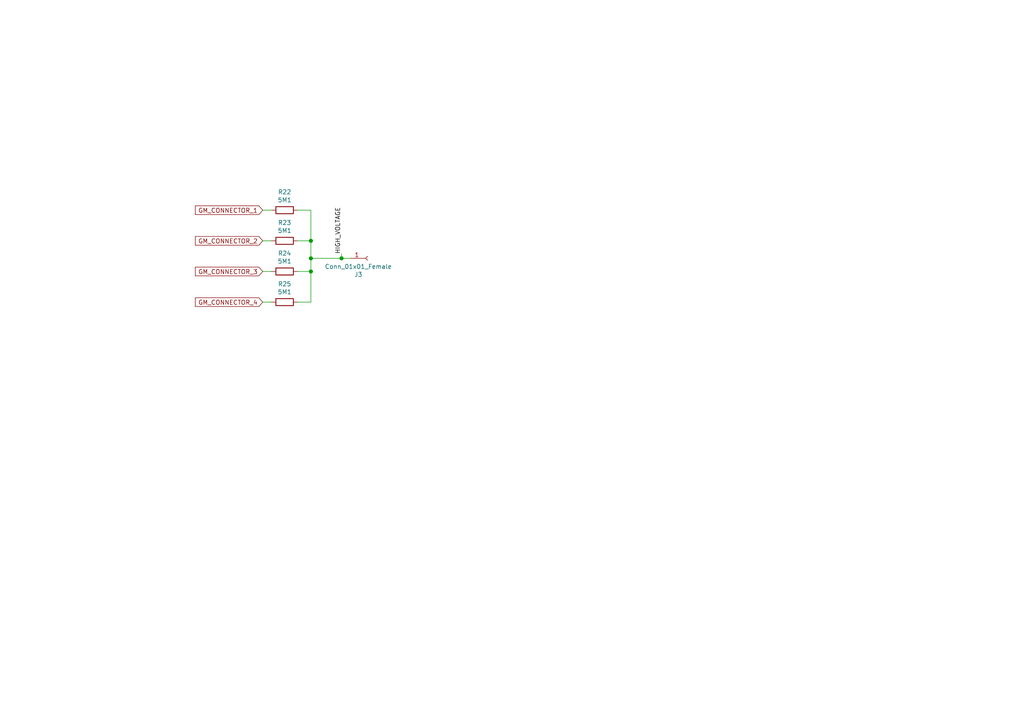
<source format=kicad_sch>
(kicad_sch (version 20210621) (generator eeschema)
  (paper "A4")
  (lib_symbols
    (symbol "Connector:Conn_01x01_Female" (pin_names (offset 1.016) hide)
      (property "Reference" "J" (at 0 2.54 0))
      (property "Value" "Conn_01x01_Female" (at 0 -2.54 0))
      (symbol "Conn_01x01_Female_1_1"
        (arc (start 0 0.508) (end 0 -0.508) (radius (at 0 0) (length 0.508) (angles 90.1 -90.1)) (stroke (width 0.1524)))
        (polyline (pts (xy -1.27 0) (xy -0.508 0)) (stroke (width 0.1524)))
        (pin passive line (at -5.08 0 0) (length 3.81) (name "Pin_1") (number "1"))
      )
    )
    (symbol "Device:R" (pin_numbers hide) (pin_names (offset 0))
      (property "Reference" "R" (at 2.032 0 90))
      (property "Value" "R" (at 0 0 90))
      (symbol "R_0_1"
        (rectangle (start -1.016 -2.54) (end 1.016 2.54) (stroke (width 0.254)))
      )
      (symbol "R_1_1"
        (pin passive line (at 0 3.81 270) (length 1.27) (name "~") (number "1"))
        (pin passive line (at 0 -3.81 90) (length 1.27) (name "~") (number "2"))
      )
    )
  )
  (junction (at 90.17 69.85) (diameter 1.016))
  (junction (at 90.17 74.93) (diameter 1.016))
  (junction (at 90.17 78.74) (diameter 1.016))
  (junction (at 99.06 74.93) (diameter 1.016))
  (wire (pts (xy 76.2 60.96) (xy 78.74 60.96)))
  (wire (pts (xy 76.2 69.85) (xy 78.74 69.85)))
  (wire (pts (xy 76.2 78.74) (xy 78.74 78.74)))
  (wire (pts (xy 76.2 87.63) (xy 78.74 87.63)))
  (wire (pts (xy 86.36 69.85) (xy 90.17 69.85)))
  (wire (pts (xy 86.36 78.74) (xy 90.17 78.74)))
  (wire (pts (xy 86.36 87.63) (xy 90.17 87.63)))
  (wire (pts (xy 90.17 60.96) (xy 86.36 60.96)))
  (wire (pts (xy 90.17 69.85) (xy 90.17 60.96)))
  (wire (pts (xy 90.17 74.93) (xy 90.17 69.85)))
  (wire (pts (xy 90.17 74.93) (xy 99.06 74.93)))
  (wire (pts (xy 90.17 78.74) (xy 90.17 74.93)))
  (wire (pts (xy 90.17 87.63) (xy 90.17 78.74)))
  (wire (pts (xy 99.06 73.66) (xy 99.06 74.93)))
  (wire (pts (xy 99.06 74.93) (xy 101.6 74.93)))
  (label "HIGH_VOLTAGE" (at 99.06 73.66 90))
  (global_label "GM_CONNECTOR_1" (shape input) (at 76.2 60.96 180) (property "Intersheet References" "${INTERSHEET_REFS}" (effects hide)))
  (global_label "GM_CONNECTOR_2" (shape input) (at 76.2 69.85 180) (property "Intersheet References" "${INTERSHEET_REFS}" (effects hide)))
  (global_label "GM_CONNECTOR_3" (shape input) (at 76.2 78.74 180) (property "Intersheet References" "${INTERSHEET_REFS}" (effects hide)))
  (global_label "GM_CONNECTOR_4" (shape input) (at 76.2 87.63 180) (property "Intersheet References" "${INTERSHEET_REFS}" (effects hide)))
  (symbol (lib_id "Connector:Conn_01x01_Female") (at 106.68 74.93 0) (mirror x) (unit 1)
    (property "Reference" "J3" (at 103.9368 79.629 0))
    (property "Value" "Conn_01x01_Female" (at 103.9368 77.3176 0))
    (property "Footprint" "TestPoint:TestPoint_Loop_D2.60mm_Drill1.4mm_Beaded" (effects hide))
  )
  (symbol (lib_id "Device:R") (at 82.55 60.96 270) (unit 1)
    (property "Reference" "R22" (at 82.55 55.7022 90))
    (property "Value" "5M1" (at 82.55 58.0136 90))
    (property "Footprint" "Resistor_THT:R_Axial_DIN0411_L9.9mm_D3.6mm_P12.70mm_Horizontal" (effects hide))
  )
  (symbol (lib_id "Device:R") (at 82.55 69.85 270) (unit 1)
    (property "Reference" "R23" (at 82.55 64.5922 90))
    (property "Value" "5M1" (at 82.55 66.9036 90))
    (property "Footprint" "Resistor_THT:R_Axial_DIN0411_L9.9mm_D3.6mm_P12.70mm_Horizontal" (effects hide))
  )
  (symbol (lib_id "Device:R") (at 82.55 78.74 270) (unit 1)
    (property "Reference" "R24" (at 82.55 73.4822 90))
    (property "Value" "5M1" (at 82.55 75.7936 90))
    (property "Footprint" "Resistor_THT:R_Axial_DIN0411_L9.9mm_D3.6mm_P12.70mm_Horizontal" (effects hide))
  )
  (symbol (lib_id "Device:R") (at 82.55 87.63 270) (unit 1)
    (property "Reference" "R25" (at 82.55 82.3722 90))
    (property "Value" "5M1" (at 82.55 84.6836 90))
    (property "Footprint" "Resistor_THT:R_Axial_DIN0411_L9.9mm_D3.6mm_P12.70mm_Horizontal" (effects hide))
  )
)
</source>
